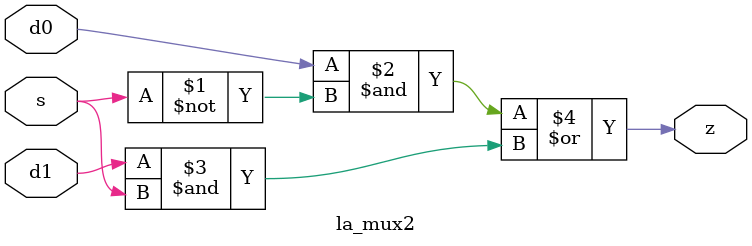
<source format=v>
module la_mux2(	// file.cleaned.mlir:2:3
  input  d0,	// file.cleaned.mlir:2:25
         d1,	// file.cleaned.mlir:2:38
         s,	// file.cleaned.mlir:2:51
  output z	// file.cleaned.mlir:2:64
);

  assign z = d0 & ~s | d1 & s;	// file.cleaned.mlir:4:10, :5:10, :6:10, :7:10, :8:5
endmodule


</source>
